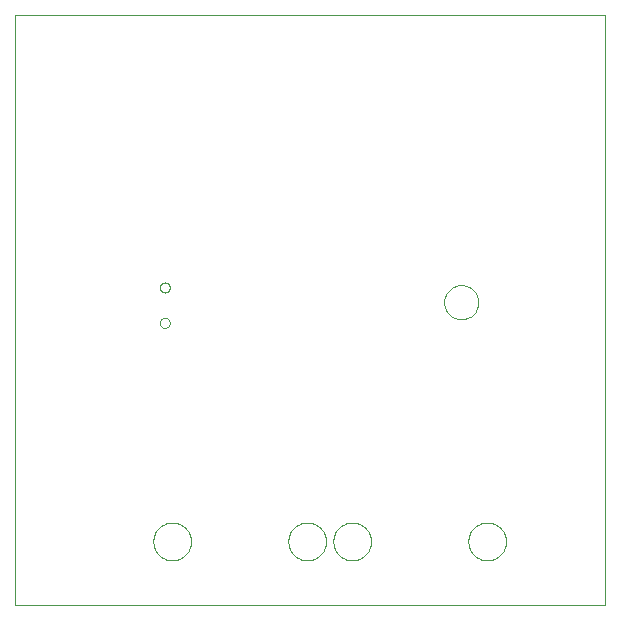
<source format=gm1>
G75*
G70*
%OFA0B0*%
%FSLAX24Y24*%
%IPPOS*%
%LPD*%
%AMOC8*
5,1,8,0,0,1.08239X$1,22.5*
%
%ADD10C,0.0000*%
D10*
X002637Y005960D02*
X002637Y025645D01*
X022322Y025645D01*
X022322Y005960D01*
X002637Y005960D01*
X007257Y008085D02*
X007259Y008135D01*
X007265Y008185D01*
X007275Y008234D01*
X007289Y008282D01*
X007306Y008329D01*
X007327Y008374D01*
X007352Y008418D01*
X007380Y008459D01*
X007412Y008498D01*
X007446Y008535D01*
X007483Y008569D01*
X007523Y008599D01*
X007565Y008626D01*
X007609Y008650D01*
X007655Y008671D01*
X007702Y008687D01*
X007750Y008700D01*
X007800Y008709D01*
X007849Y008714D01*
X007900Y008715D01*
X007950Y008712D01*
X007999Y008705D01*
X008048Y008694D01*
X008096Y008679D01*
X008142Y008661D01*
X008187Y008639D01*
X008230Y008613D01*
X008271Y008584D01*
X008310Y008552D01*
X008346Y008517D01*
X008378Y008479D01*
X008408Y008439D01*
X008435Y008396D01*
X008458Y008352D01*
X008477Y008306D01*
X008493Y008258D01*
X008505Y008209D01*
X008513Y008160D01*
X008517Y008110D01*
X008517Y008060D01*
X008513Y008010D01*
X008505Y007961D01*
X008493Y007912D01*
X008477Y007864D01*
X008458Y007818D01*
X008435Y007774D01*
X008408Y007731D01*
X008378Y007691D01*
X008346Y007653D01*
X008310Y007618D01*
X008271Y007586D01*
X008230Y007557D01*
X008187Y007531D01*
X008142Y007509D01*
X008096Y007491D01*
X008048Y007476D01*
X007999Y007465D01*
X007950Y007458D01*
X007900Y007455D01*
X007849Y007456D01*
X007800Y007461D01*
X007750Y007470D01*
X007702Y007483D01*
X007655Y007499D01*
X007609Y007520D01*
X007565Y007544D01*
X007523Y007571D01*
X007483Y007601D01*
X007446Y007635D01*
X007412Y007672D01*
X007380Y007711D01*
X007352Y007752D01*
X007327Y007796D01*
X007306Y007841D01*
X007289Y007888D01*
X007275Y007936D01*
X007265Y007985D01*
X007259Y008035D01*
X007257Y008085D01*
X007470Y015370D02*
X007472Y015395D01*
X007478Y015420D01*
X007487Y015444D01*
X007500Y015466D01*
X007517Y015486D01*
X007536Y015503D01*
X007557Y015517D01*
X007581Y015527D01*
X007605Y015534D01*
X007631Y015537D01*
X007656Y015536D01*
X007681Y015531D01*
X007705Y015522D01*
X007728Y015510D01*
X007748Y015495D01*
X007766Y015476D01*
X007781Y015455D01*
X007792Y015432D01*
X007800Y015408D01*
X007804Y015383D01*
X007804Y015357D01*
X007800Y015332D01*
X007792Y015308D01*
X007781Y015285D01*
X007766Y015264D01*
X007748Y015245D01*
X007728Y015230D01*
X007705Y015218D01*
X007681Y015209D01*
X007656Y015204D01*
X007631Y015203D01*
X007605Y015206D01*
X007581Y015213D01*
X007557Y015223D01*
X007536Y015237D01*
X007517Y015254D01*
X007500Y015274D01*
X007487Y015296D01*
X007478Y015320D01*
X007472Y015345D01*
X007470Y015370D01*
X007470Y016551D02*
X007472Y016576D01*
X007478Y016601D01*
X007487Y016625D01*
X007500Y016647D01*
X007517Y016667D01*
X007536Y016684D01*
X007557Y016698D01*
X007581Y016708D01*
X007605Y016715D01*
X007631Y016718D01*
X007656Y016717D01*
X007681Y016712D01*
X007705Y016703D01*
X007728Y016691D01*
X007748Y016676D01*
X007766Y016657D01*
X007781Y016636D01*
X007792Y016613D01*
X007800Y016589D01*
X007804Y016564D01*
X007804Y016538D01*
X007800Y016513D01*
X007792Y016489D01*
X007781Y016466D01*
X007766Y016445D01*
X007748Y016426D01*
X007728Y016411D01*
X007705Y016399D01*
X007681Y016390D01*
X007656Y016385D01*
X007631Y016384D01*
X007605Y016387D01*
X007581Y016394D01*
X007557Y016404D01*
X007536Y016418D01*
X007517Y016435D01*
X007500Y016455D01*
X007487Y016477D01*
X007478Y016501D01*
X007472Y016526D01*
X007470Y016551D01*
X011757Y008085D02*
X011759Y008135D01*
X011765Y008185D01*
X011775Y008234D01*
X011789Y008282D01*
X011806Y008329D01*
X011827Y008374D01*
X011852Y008418D01*
X011880Y008459D01*
X011912Y008498D01*
X011946Y008535D01*
X011983Y008569D01*
X012023Y008599D01*
X012065Y008626D01*
X012109Y008650D01*
X012155Y008671D01*
X012202Y008687D01*
X012250Y008700D01*
X012300Y008709D01*
X012349Y008714D01*
X012400Y008715D01*
X012450Y008712D01*
X012499Y008705D01*
X012548Y008694D01*
X012596Y008679D01*
X012642Y008661D01*
X012687Y008639D01*
X012730Y008613D01*
X012771Y008584D01*
X012810Y008552D01*
X012846Y008517D01*
X012878Y008479D01*
X012908Y008439D01*
X012935Y008396D01*
X012958Y008352D01*
X012977Y008306D01*
X012993Y008258D01*
X013005Y008209D01*
X013013Y008160D01*
X013017Y008110D01*
X013017Y008060D01*
X013013Y008010D01*
X013005Y007961D01*
X012993Y007912D01*
X012977Y007864D01*
X012958Y007818D01*
X012935Y007774D01*
X012908Y007731D01*
X012878Y007691D01*
X012846Y007653D01*
X012810Y007618D01*
X012771Y007586D01*
X012730Y007557D01*
X012687Y007531D01*
X012642Y007509D01*
X012596Y007491D01*
X012548Y007476D01*
X012499Y007465D01*
X012450Y007458D01*
X012400Y007455D01*
X012349Y007456D01*
X012300Y007461D01*
X012250Y007470D01*
X012202Y007483D01*
X012155Y007499D01*
X012109Y007520D01*
X012065Y007544D01*
X012023Y007571D01*
X011983Y007601D01*
X011946Y007635D01*
X011912Y007672D01*
X011880Y007711D01*
X011852Y007752D01*
X011827Y007796D01*
X011806Y007841D01*
X011789Y007888D01*
X011775Y007936D01*
X011765Y007985D01*
X011759Y008035D01*
X011757Y008085D01*
X013257Y008085D02*
X013259Y008135D01*
X013265Y008185D01*
X013275Y008234D01*
X013289Y008282D01*
X013306Y008329D01*
X013327Y008374D01*
X013352Y008418D01*
X013380Y008459D01*
X013412Y008498D01*
X013446Y008535D01*
X013483Y008569D01*
X013523Y008599D01*
X013565Y008626D01*
X013609Y008650D01*
X013655Y008671D01*
X013702Y008687D01*
X013750Y008700D01*
X013800Y008709D01*
X013849Y008714D01*
X013900Y008715D01*
X013950Y008712D01*
X013999Y008705D01*
X014048Y008694D01*
X014096Y008679D01*
X014142Y008661D01*
X014187Y008639D01*
X014230Y008613D01*
X014271Y008584D01*
X014310Y008552D01*
X014346Y008517D01*
X014378Y008479D01*
X014408Y008439D01*
X014435Y008396D01*
X014458Y008352D01*
X014477Y008306D01*
X014493Y008258D01*
X014505Y008209D01*
X014513Y008160D01*
X014517Y008110D01*
X014517Y008060D01*
X014513Y008010D01*
X014505Y007961D01*
X014493Y007912D01*
X014477Y007864D01*
X014458Y007818D01*
X014435Y007774D01*
X014408Y007731D01*
X014378Y007691D01*
X014346Y007653D01*
X014310Y007618D01*
X014271Y007586D01*
X014230Y007557D01*
X014187Y007531D01*
X014142Y007509D01*
X014096Y007491D01*
X014048Y007476D01*
X013999Y007465D01*
X013950Y007458D01*
X013900Y007455D01*
X013849Y007456D01*
X013800Y007461D01*
X013750Y007470D01*
X013702Y007483D01*
X013655Y007499D01*
X013609Y007520D01*
X013565Y007544D01*
X013523Y007571D01*
X013483Y007601D01*
X013446Y007635D01*
X013412Y007672D01*
X013380Y007711D01*
X013352Y007752D01*
X013327Y007796D01*
X013306Y007841D01*
X013289Y007888D01*
X013275Y007936D01*
X013265Y007985D01*
X013259Y008035D01*
X013257Y008085D01*
X016948Y016059D02*
X016950Y016106D01*
X016956Y016153D01*
X016965Y016199D01*
X016979Y016244D01*
X016996Y016288D01*
X017017Y016331D01*
X017041Y016371D01*
X017068Y016410D01*
X017099Y016446D01*
X017132Y016479D01*
X017168Y016510D01*
X017207Y016537D01*
X017247Y016561D01*
X017290Y016582D01*
X017334Y016599D01*
X017379Y016613D01*
X017425Y016622D01*
X017472Y016628D01*
X017519Y016630D01*
X017566Y016628D01*
X017613Y016622D01*
X017659Y016613D01*
X017704Y016599D01*
X017748Y016582D01*
X017791Y016561D01*
X017831Y016537D01*
X017870Y016510D01*
X017906Y016479D01*
X017939Y016446D01*
X017970Y016410D01*
X017997Y016371D01*
X018021Y016331D01*
X018042Y016288D01*
X018059Y016244D01*
X018073Y016199D01*
X018082Y016153D01*
X018088Y016106D01*
X018090Y016059D01*
X018088Y016012D01*
X018082Y015965D01*
X018073Y015919D01*
X018059Y015874D01*
X018042Y015830D01*
X018021Y015787D01*
X017997Y015747D01*
X017970Y015708D01*
X017939Y015672D01*
X017906Y015639D01*
X017870Y015608D01*
X017831Y015581D01*
X017791Y015557D01*
X017748Y015536D01*
X017704Y015519D01*
X017659Y015505D01*
X017613Y015496D01*
X017566Y015490D01*
X017519Y015488D01*
X017472Y015490D01*
X017425Y015496D01*
X017379Y015505D01*
X017334Y015519D01*
X017290Y015536D01*
X017247Y015557D01*
X017207Y015581D01*
X017168Y015608D01*
X017132Y015639D01*
X017099Y015672D01*
X017068Y015708D01*
X017041Y015747D01*
X017017Y015787D01*
X016996Y015830D01*
X016979Y015874D01*
X016965Y015919D01*
X016956Y015965D01*
X016950Y016012D01*
X016948Y016059D01*
X017757Y008085D02*
X017759Y008135D01*
X017765Y008185D01*
X017775Y008234D01*
X017789Y008282D01*
X017806Y008329D01*
X017827Y008374D01*
X017852Y008418D01*
X017880Y008459D01*
X017912Y008498D01*
X017946Y008535D01*
X017983Y008569D01*
X018023Y008599D01*
X018065Y008626D01*
X018109Y008650D01*
X018155Y008671D01*
X018202Y008687D01*
X018250Y008700D01*
X018300Y008709D01*
X018349Y008714D01*
X018400Y008715D01*
X018450Y008712D01*
X018499Y008705D01*
X018548Y008694D01*
X018596Y008679D01*
X018642Y008661D01*
X018687Y008639D01*
X018730Y008613D01*
X018771Y008584D01*
X018810Y008552D01*
X018846Y008517D01*
X018878Y008479D01*
X018908Y008439D01*
X018935Y008396D01*
X018958Y008352D01*
X018977Y008306D01*
X018993Y008258D01*
X019005Y008209D01*
X019013Y008160D01*
X019017Y008110D01*
X019017Y008060D01*
X019013Y008010D01*
X019005Y007961D01*
X018993Y007912D01*
X018977Y007864D01*
X018958Y007818D01*
X018935Y007774D01*
X018908Y007731D01*
X018878Y007691D01*
X018846Y007653D01*
X018810Y007618D01*
X018771Y007586D01*
X018730Y007557D01*
X018687Y007531D01*
X018642Y007509D01*
X018596Y007491D01*
X018548Y007476D01*
X018499Y007465D01*
X018450Y007458D01*
X018400Y007455D01*
X018349Y007456D01*
X018300Y007461D01*
X018250Y007470D01*
X018202Y007483D01*
X018155Y007499D01*
X018109Y007520D01*
X018065Y007544D01*
X018023Y007571D01*
X017983Y007601D01*
X017946Y007635D01*
X017912Y007672D01*
X017880Y007711D01*
X017852Y007752D01*
X017827Y007796D01*
X017806Y007841D01*
X017789Y007888D01*
X017775Y007936D01*
X017765Y007985D01*
X017759Y008035D01*
X017757Y008085D01*
M02*

</source>
